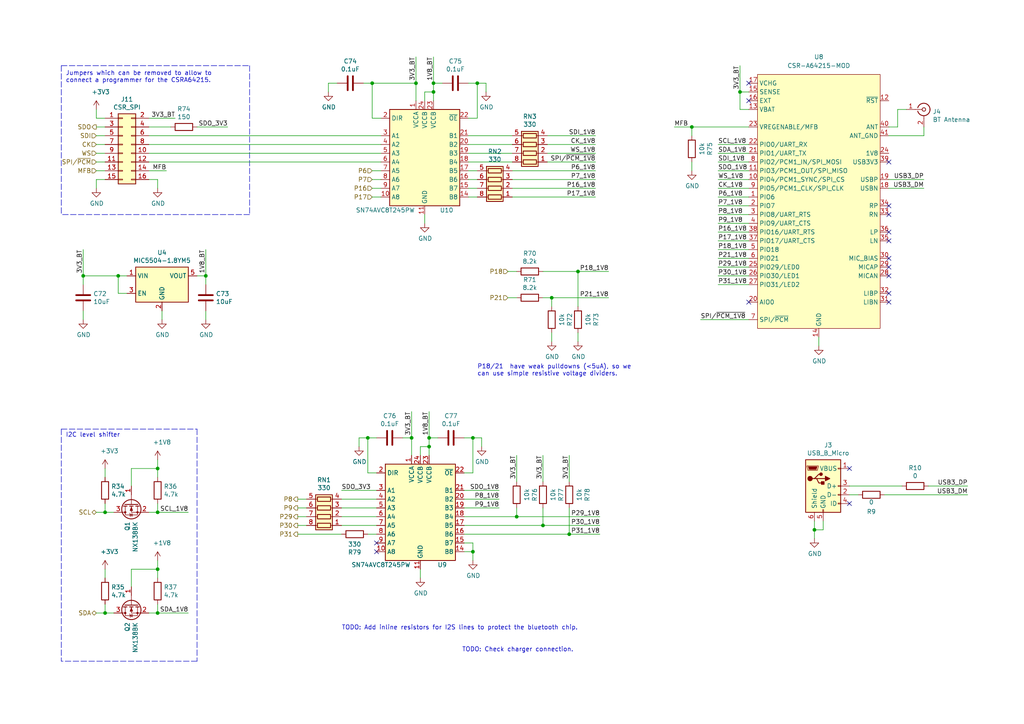
<source format=kicad_sch>
(kicad_sch (version 20201015) (generator eeschema)
  (paper "A4")
  (lib_symbols
    (symbol "Connector:Conn_Coaxial" (pin_names (offset 1.016) hide)
      (property "Reference" "J" (at 0.254 3.048 0))
      (property "Value" "Conn_Coaxial" (at 2.921 0 90))
      (symbol "Conn_Coaxial_0_1"
        (arc (start -1.778 0.508) (end 1.778 0) (radius (at -0.0508 0) (length 1.8034) (angles 163.6 0)) (stroke (width 0.254)))
        (arc (start 1.778 0) (end -1.778 -0.508) (radius (at -0.0254 0) (length 1.8034) (angles 0 -163.8)) (stroke (width 0.254)))
        (circle (center 0 0) (radius 0.508) (stroke (width 0.2032)))
        (polyline (pts (xy -2.54 0) (xy -0.508 0)))
        (polyline (pts (xy 0 -2.54) (xy 0 -1.778)))
      )
      (symbol "Conn_Coaxial_1_1"
        (pin passive line (at -5.08 0 0) (length 2.54) (name "In") (number "1"))
        (pin passive line (at 0 -5.08 90) (length 2.54) (name "Ext") (number "2"))
      )
    )
    (symbol "Connector:USB_B_Micro" (pin_names (offset 1.016))
      (property "Reference" "J" (at -5.08 11.43 0))
      (property "Value" "USB_B_Micro" (at -5.08 8.89 0))
      (symbol "USB_B_Micro_0_1"
        (circle (center -3.81 2.159) (radius 0.635) (stroke (width 0.254)) (fill (type outline)))
        (circle (center -0.635 3.429) (radius 0.381) (stroke (width 0.254)) (fill (type outline)))
        (rectangle (start -5.08 -7.62) (end 5.08 7.62) (stroke (width 0.254)) (fill (type background)))
        (rectangle (start -0.127 -7.62) (end 0.127 -6.858))
        (rectangle (start 0.254 1.27) (end -0.508 0.508) (stroke (width 0.254)) (fill (type outline)))
        (rectangle (start 5.08 -5.207) (end 4.318 -4.953))
        (rectangle (start 5.08 -2.667) (end 4.318 -2.413))
        (rectangle (start 5.08 -0.127) (end 4.318 0.127))
        (rectangle (start 5.08 4.953) (end 4.318 5.207))
        (polyline (pts (xy -1.905 2.159) (xy 0.635 2.159)) (stroke (width 0.254)))
        (polyline (pts (xy -3.175 2.159) (xy -2.54 2.159) (xy -1.27 3.429) (xy -0.635 3.429)) (stroke (width 0.254)))
        (polyline (pts (xy -2.54 2.159) (xy -1.905 2.159) (xy -1.27 0.889) (xy 0 0.889)) (stroke (width 0.254)))
        (polyline (pts (xy 0.635 2.794) (xy 0.635 1.524) (xy 1.905 2.159) (xy 0.635 2.794)) (stroke (width 0.254)) (fill (type outline)))
        (polyline (pts (xy -4.318 5.588) (xy -1.778 5.588) (xy -2.032 4.826) (xy -4.064 4.826) (xy -4.318 5.588)) (fill (type outline)))
        (polyline (pts (xy -4.699 5.842) (xy -4.699 5.588) (xy -4.445 4.826) (xy -4.445 4.572) (xy -1.651 4.572) (xy -1.651 4.826) (xy -1.397 5.588) (xy -1.397 5.842) (xy -4.699 5.842)))
      )
      (symbol "USB_B_Micro_1_1"
        (pin power_out line (at 7.62 5.08 180) (length 2.54) (name "VBUS") (number "1"))
        (pin bidirectional line (at 7.62 -2.54 180) (length 2.54) (name "D-") (number "2"))
        (pin bidirectional line (at 7.62 0 180) (length 2.54) (name "D+") (number "3"))
        (pin passive line (at 7.62 -5.08 180) (length 2.54) (name "ID") (number "4"))
        (pin power_out line (at 0 -10.16 90) (length 2.54) (name "GND") (number "5"))
        (pin passive line (at -2.54 -10.16 90) (length 2.54) (name "Shield") (number "6"))
      )
    )
    (symbol "Connector_Generic:Conn_02x08_Odd_Even" (pin_names (offset 1.016) hide)
      (property "Reference" "J" (at 1.27 10.16 0))
      (property "Value" "Conn_02x08_Odd_Even" (at 1.27 -12.7 0))
      (symbol "Conn_02x08_Odd_Even_1_1"
        (rectangle (start -1.27 -4.953) (end 0 -5.207) (stroke (width 0.1524)))
        (rectangle (start -1.27 -7.493) (end 0 -7.747) (stroke (width 0.1524)))
        (rectangle (start -1.27 -10.033) (end 0 -10.287) (stroke (width 0.1524)))
        (rectangle (start -1.27 -2.413) (end 0 -2.667) (stroke (width 0.1524)))
        (rectangle (start -1.27 2.667) (end 0 2.413) (stroke (width 0.1524)))
        (rectangle (start -1.27 5.207) (end 0 4.953) (stroke (width 0.1524)))
        (rectangle (start -1.27 7.747) (end 0 7.493) (stroke (width 0.1524)))
        (rectangle (start -1.27 8.89) (end 3.81 -11.43) (stroke (width 0.254)) (fill (type background)))
        (rectangle (start -1.27 0.127) (end 0 -0.127) (stroke (width 0.1524)))
        (rectangle (start 3.81 -4.953) (end 2.54 -5.207) (stroke (width 0.1524)))
        (rectangle (start 3.81 -7.493) (end 2.54 -7.747) (stroke (width 0.1524)))
        (rectangle (start 3.81 -10.033) (end 2.54 -10.287) (stroke (width 0.1524)))
        (rectangle (start 3.81 -2.413) (end 2.54 -2.667) (stroke (width 0.1524)))
        (rectangle (start 3.81 2.667) (end 2.54 2.413) (stroke (width 0.1524)))
        (rectangle (start 3.81 5.207) (end 2.54 4.953) (stroke (width 0.1524)))
        (rectangle (start 3.81 7.747) (end 2.54 7.493) (stroke (width 0.1524)))
        (rectangle (start 3.81 0.127) (end 2.54 -0.127) (stroke (width 0.1524)))
        (pin passive line (at -5.08 7.62 0) (length 3.81) (name "Pin_1") (number "1"))
        (pin passive line (at 7.62 -2.54 180) (length 3.81) (name "Pin_10") (number "10"))
        (pin passive line (at -5.08 -5.08 0) (length 3.81) (name "Pin_11") (number "11"))
        (pin passive line (at 7.62 -5.08 180) (length 3.81) (name "Pin_12") (number "12"))
        (pin passive line (at -5.08 -7.62 0) (length 3.81) (name "Pin_13") (number "13"))
        (pin passive line (at 7.62 -7.62 180) (length 3.81) (name "Pin_14") (number "14"))
        (pin passive line (at -5.08 -10.16 0) (length 3.81) (name "Pin_15") (number "15"))
        (pin passive line (at 7.62 -10.16 180) (length 3.81) (name "Pin_16") (number "16"))
        (pin passive line (at 7.62 7.62 180) (length 3.81) (name "Pin_2") (number "2"))
        (pin passive line (at -5.08 5.08 0) (length 3.81) (name "Pin_3") (number "3"))
        (pin passive line (at 7.62 5.08 180) (length 3.81) (name "Pin_4") (number "4"))
        (pin passive line (at -5.08 2.54 0) (length 3.81) (name "Pin_5") (number "5"))
        (pin passive line (at 7.62 2.54 180) (length 3.81) (name "Pin_6") (number "6"))
        (pin passive line (at -5.08 0 0) (length 3.81) (name "Pin_7") (number "7"))
        (pin passive line (at 7.62 0 180) (length 3.81) (name "Pin_8") (number "8"))
        (pin passive line (at -5.08 -2.54 0) (length 3.81) (name "Pin_9") (number "9"))
      )
    )
    (symbol "Device:C" (pin_numbers hide) (pin_names (offset 0.254))
      (property "Reference" "C" (at 0.635 2.54 0))
      (property "Value" "C" (at 0.635 -2.54 0))
      (symbol "C_0_1"
        (polyline (pts (xy -2.032 -0.762) (xy 2.032 -0.762)) (stroke (width 0.508)))
        (polyline (pts (xy -2.032 0.762) (xy 2.032 0.762)) (stroke (width 0.508)))
      )
      (symbol "C_1_1"
        (pin passive line (at 0 3.81 270) (length 2.794) (name "~") (number "1"))
        (pin passive line (at 0 -3.81 90) (length 2.794) (name "~") (number "2"))
      )
    )
    (symbol "Device:R" (pin_numbers hide) (pin_names (offset 0))
      (property "Reference" "R" (at 2.032 0 90))
      (property "Value" "R" (at 0 0 90))
      (symbol "R_0_1"
        (rectangle (start -1.016 -2.54) (end 1.016 2.54) (stroke (width 0.254)))
      )
      (symbol "R_1_1"
        (pin passive line (at 0 3.81 270) (length 1.27) (name "~") (number "1"))
        (pin passive line (at 0 -3.81 90) (length 1.27) (name "~") (number "2"))
      )
    )
    (symbol "Device:R_Pack04" (pin_names (offset 0) hide)
      (property "Reference" "RN" (at -7.62 0 90))
      (property "Value" "R_Pack04" (at 5.08 0 90))
      (symbol "R_Pack04_0_1"
        (rectangle (start -6.35 -2.413) (end 3.81 2.413) (stroke (width 0.254)) (fill (type background)))
        (rectangle (start -5.715 1.905) (end -4.445 -1.905) (stroke (width 0.254)))
        (rectangle (start -3.175 1.905) (end -1.905 -1.905) (stroke (width 0.254)))
        (rectangle (start -0.635 1.905) (end 0.635 -1.905) (stroke (width 0.254)))
        (rectangle (start 1.905 1.905) (end 3.175 -1.905) (stroke (width 0.254)))
        (polyline (pts (xy -5.08 -2.54) (xy -5.08 -1.905)))
        (polyline (pts (xy -5.08 1.905) (xy -5.08 2.54)))
        (polyline (pts (xy -2.54 -2.54) (xy -2.54 -1.905)))
        (polyline (pts (xy -2.54 1.905) (xy -2.54 2.54)))
        (polyline (pts (xy 0 -2.54) (xy 0 -1.905)))
        (polyline (pts (xy 0 1.905) (xy 0 2.54)))
        (polyline (pts (xy 2.54 -2.54) (xy 2.54 -1.905)))
        (polyline (pts (xy 2.54 1.905) (xy 2.54 2.54)))
      )
      (symbol "R_Pack04_1_1"
        (pin passive line (at -5.08 -5.08 90) (length 2.54) (name "R1.1") (number "1"))
        (pin passive line (at -2.54 -5.08 90) (length 2.54) (name "R2.1") (number "2"))
        (pin passive line (at 0 -5.08 90) (length 2.54) (name "R3.1") (number "3"))
        (pin passive line (at 2.54 -5.08 90) (length 2.54) (name "R4.1") (number "4"))
        (pin passive line (at 2.54 5.08 270) (length 2.54) (name "R4.2") (number "5"))
        (pin passive line (at 0 5.08 270) (length 2.54) (name "R3.2") (number "6"))
        (pin passive line (at -2.54 5.08 270) (length 2.54) (name "R2.2") (number "7"))
        (pin passive line (at -5.08 5.08 270) (length 2.54) (name "R1.2") (number "8"))
      )
    )
    (symbol "HackAmp-Symbols:CSR-A64215-MOD"
      (property "Reference" "U" (at -15.24 39.37 0))
      (property "Value" "CSR-A64215-MOD" (at 8.89 39.37 0))
      (symbol "CSR-A64215-MOD_0_1"
        (rectangle (start -17.78 38.1) (end 17.78 -35.56) (fill (type background)))
      )
      (symbol "CSR-A64215-MOD_1_1"
        (pin bidirectional line (at -20.32 2.54 0) (length 2.54) (name "PIO6") (number "1"))
        (pin bidirectional line (at -20.32 0 0) (length 2.54) (name "PIO7") (number "2"))
        (pin bidirectional line (at -20.32 -2.54 0) (length 2.54) (name "PIO8/UART_RTS") (number "3"))
        (pin bidirectional line (at -20.32 -5.08 0) (length 2.54) (name "PIO9/UART_CTS") (number "4"))
        (pin bidirectional line (at -20.32 -12.7 0) (length 2.54) (name "PIO18") (number "5"))
        (pin bidirectional line (at -20.32 -15.24 0) (length 2.54) (name "PIO21") (number "6"))
        (pin input line (at -20.32 -33.02 0) (length 2.54) (name "SPI/~PCM") (number "7"))
        (pin bidirectional line (at -20.32 12.7 0) (length 2.54) (name "PIO2/PCM1_IN/SPI_MOSI") (number "8"))
        (pin bidirectional line (at -20.32 5.08 0) (length 2.54) (name "PIO5/PCM1_CLK/SPI_CLK") (number "9"))
        (pin bidirectional line (at -20.32 7.62 0) (length 2.54) (name "PIO4/PCM1_SYNC/SPI_CS") (number "10"))
        (pin bidirectional line (at -20.32 10.16 0) (length 2.54) (name "PIO3/PCM1_OUT/SPI_MISO") (number "11"))
        (pin input line (at 20.32 30.48 180) (length 2.54) (name "~RST") (number "12"))
        (pin power_in line (at -20.32 27.94 0) (length 2.54) (name "VBAT") (number "13"))
        (pin power_in line (at 0 -38.1 90) (length 2.54) (name "GND") (number "14"))
        (pin bidirectional line (at 20.32 5.08 180) (length 2.54) (name "USBN") (number "18"))
        (pin bidirectional line (at -20.32 22.86 0) (length 2.54) (name "VREGENABLE/MFB") (number "23"))
        (pin power_out line (at 20.32 15.24 180) (length 2.54) (name "1V8") (number "24"))
        (pin output line (at -20.32 -17.78 0) (length 2.54) (name "PIO29/LED0") (number "25"))
        (pin output line (at -20.32 -20.32 0) (length 2.54) (name "PIO30/LED1") (number "26"))
        (pin output line (at -20.32 -22.86 0) (length 2.54) (name "PIO31/LED2") (number "27"))
        (pin bidirectional line (at 20.32 -20.32 180) (length 2.54) (name "MICAN") (number "28"))
        (pin bidirectional line (at 20.32 -17.78 180) (length 2.54) (name "MICAP") (number "29"))
        (pin bidirectional line (at 20.32 -15.24 180) (length 2.54) (name "MIC_BIAS") (number "30"))
        (pin bidirectional line (at 20.32 -27.94 180) (length 2.54) (name "LIBN") (number "31"))
        (pin bidirectional line (at 20.32 -25.4 180) (length 2.54) (name "LIBP") (number "32"))
        (pin bidirectional line (at 20.32 -2.54 180) (length 2.54) (name "RN") (number "33"))
        (pin bidirectional line (at 20.32 0 180) (length 2.54) (name "RP") (number "34"))
        (pin bidirectional line (at 20.32 -10.16 180) (length 2.54) (name "LN") (number "35"))
        (pin bidirectional line (at 20.32 -7.62 180) (length 2.54) (name "LP") (number "36"))
        (pin bidirectional line (at -20.32 -10.16 0) (length 2.54) (name "PIO17/UART_CTS") (number "37"))
        (pin bidirectional line (at -20.32 -7.62 0) (length 2.54) (name "PIO16/UART_RTS") (number "38"))
        (pin power_out line (at 20.32 12.7 180) (length 2.54) (name "USB3V3") (number "39"))
        (pin passive line (at 20.32 22.86 180) (length 2.54) (name "ANT") (number "40"))
        (pin passive line (at 20.32 20.32 180) (length 2.54) (name "ANT_GND") (number "41"))
        (pin power_in line (at -20.32 35.56 0) (length 2.54) (name "VCHG") (number "17"))
        (pin output line (at -20.32 30.48 0) (length 2.54) (name "EXT") (number "16"))
        (pin input line (at -20.32 33.02 0) (length 2.54) (name "SENSE") (number "15"))
        (pin bidirectional line (at 20.32 7.62 180) (length 2.54) (name "USBP") (number "19"))
        (pin power_in line (at -20.32 -27.94 0) (length 2.54) (name "AIO0") (number "20"))
        (pin bidirectional line (at -20.32 15.24 0) (length 2.54) (name "PIO1/UART_TX") (number "21"))
        (pin bidirectional line (at -20.32 17.78 0) (length 2.54) (name "PIO0/UART_RX") (number "22"))
      )
    )
    (symbol "Logic_LevelTranslator:SN74AVC8T245PW"
      (property "Reference" "U" (at -8.89 13.97 0))
      (property "Value" "SN74AVC8T245PW" (at 12.7 13.97 0))
      (symbol "SN74AVC8T245PW_0_1"
        (rectangle (start -10.16 12.7) (end 10.16 -15.24) (stroke (width 0.254)) (fill (type background)))
      )
      (symbol "SN74AVC8T245PW_1_1"
        (pin power_in line (at -2.54 15.24 270) (length 2.54) (name "VCCA") (number "1"))
        (pin bidirectional line (at -12.7 -12.7 0) (length 2.54) (name "A8") (number "10"))
        (pin power_in line (at 0 -17.78 90) (length 2.54) (name "GND") (number "11"))
        (pin passive line (at 0 -17.78 90) (length 2.54) hide (name "GND") (number "12"))
        (pin passive line (at 0 -17.78 90) (length 2.54) hide (name "GND") (number "13"))
        (pin bidirectional line (at 12.7 -12.7 180) (length 2.54) (name "B8") (number "14"))
        (pin bidirectional line (at 12.7 -10.16 180) (length 2.54) (name "B7") (number "15"))
        (pin bidirectional line (at 12.7 -7.62 180) (length 2.54) (name "B6") (number "16"))
        (pin bidirectional line (at 12.7 -5.08 180) (length 2.54) (name "B5") (number "17"))
        (pin bidirectional line (at 12.7 -2.54 180) (length 2.54) (name "B4") (number "18"))
        (pin bidirectional line (at 12.7 0 180) (length 2.54) (name "B3") (number "19"))
        (pin input line (at -12.7 10.16 0) (length 2.54) (name "DIR") (number "2"))
        (pin bidirectional line (at 12.7 2.54 180) (length 2.54) (name "B2") (number "20"))
        (pin bidirectional line (at 12.7 5.08 180) (length 2.54) (name "B1") (number "21"))
        (pin input line (at 12.7 10.16 180) (length 2.54) (name "~OE") (number "22"))
        (pin power_in line (at 2.54 15.24 270) (length 2.54) (name "VCCB") (number "23"))
        (pin power_in line (at 0 15.24 270) (length 2.54) (name "VCCB") (number "24"))
        (pin bidirectional line (at -12.7 5.08 0) (length 2.54) (name "A1") (number "3"))
        (pin bidirectional line (at -12.7 2.54 0) (length 2.54) (name "A2") (number "4"))
        (pin bidirectional line (at -12.7 0 0) (length 2.54) (name "A3") (number "5"))
        (pin bidirectional line (at -12.7 -2.54 0) (length 2.54) (name "A4") (number "6"))
        (pin bidirectional line (at -12.7 -5.08 0) (length 2.54) (name "A5") (number "7"))
        (pin bidirectional line (at -12.7 -7.62 0) (length 2.54) (name "A6") (number "8"))
        (pin bidirectional line (at -12.7 -10.16 0) (length 2.54) (name "A7") (number "9"))
      )
    )
    (symbol "Regulator_Linear:MIC5504-1.8YM5"
      (property "Reference" "U" (at -7.62 8.89 0))
      (property "Value" "MIC5504-1.8YM5" (at -7.62 6.35 0))
      (symbol "MIC5504-1.8YM5_0_1"
        (rectangle (start -7.62 -5.08) (end 7.62 5.08) (stroke (width 0.254)) (fill (type background)))
      )
      (symbol "MIC5504-1.8YM5_1_1"
        (pin power_in line (at -10.16 2.54 0) (length 2.54) (name "VIN") (number "1"))
        (pin power_in line (at 0 -7.62 90) (length 2.54) (name "GND") (number "2"))
        (pin input line (at -10.16 -2.54 0) (length 2.54) (name "EN") (number "3"))
        (pin unconnected line (at 7.62 -2.54 180) (length 2.54) hide (name "NC") (number "4"))
        (pin power_out line (at 10.16 2.54 180) (length 2.54) (name "VOUT") (number "5"))
      )
    )
    (symbol "Transistor_FET:BSS138" (pin_names hide)
      (property "Reference" "Q" (at 5.08 1.905 0))
      (property "Value" "BSS138" (at 5.08 0 0))
      (symbol "BSS138_0_1"
        (circle (center 1.651 0) (radius 2.794) (stroke (width 0.254)))
        (circle (center 2.54 -1.778) (radius 0.254) (fill (type outline)))
        (circle (center 2.54 1.778) (radius 0.254) (fill (type outline)))
        (polyline (pts (xy 0.254 0) (xy -2.54 0)))
        (polyline (pts (xy 0.254 1.905) (xy 0.254 -1.905)) (stroke (width 0.254)))
        (polyline (pts (xy 0.762 -1.27) (xy 0.762 -2.286)) (stroke (width 0.254)))
        (polyline (pts (xy 0.762 0.508) (xy 0.762 -0.508)) (stroke (width 0.254)))
        (polyline (pts (xy 0.762 2.286) (xy 0.762 1.27)) (stroke (width 0.254)))
        (polyline (pts (xy 2.54 2.54) (xy 2.54 1.778)))
        (polyline (pts (xy 2.54 -2.54) (xy 2.54 0) (xy 0.762 0)))
        (polyline (pts (xy 0.762 -1.778) (xy 3.302 -1.778) (xy 3.302 1.778) (xy 0.762 1.778)))
        (polyline (pts (xy 1.016 0) (xy 2.032 0.381) (xy 2.032 -0.381) (xy 1.016 0)) (fill (type outline)))
        (polyline (pts (xy 2.794 0.508) (xy 2.921 0.381) (xy 3.683 0.381) (xy 3.81 0.254)))
        (polyline (pts (xy 3.302 0.381) (xy 2.921 -0.254) (xy 3.683 -0.254) (xy 3.302 0.381)))
      )
      (symbol "BSS138_1_1"
        (pin input line (at -5.08 0 0) (length 2.54) (name "G") (number "1"))
        (pin passive line (at 2.54 -5.08 90) (length 2.54) (name "S") (number "2"))
        (pin passive line (at 2.54 5.08 270) (length 2.54) (name "D") (number "3"))
      )
    )
    (symbol "power:+1V8" (power) (pin_names (offset 0))
      (property "Value" "+1V8" (at 0 3.556 0))
      (symbol "+1V8_0_1"
        (polyline (pts (xy -0.762 1.27) (xy 0 2.54)))
        (polyline (pts (xy 0 0) (xy 0 2.54)))
        (polyline (pts (xy 0 2.54) (xy 0.762 1.27)))
      )
      (symbol "+1V8_1_1"
        (pin power_in line (at 0 0 90) (length 0) hide (name "+1V8") (number "1"))
      )
    )
    (symbol "power:+3V3" (power) (pin_names (offset 0))
      (property "Value" "+3V3" (at 0 3.556 0))
      (symbol "+3V3_0_1"
        (polyline (pts (xy -0.762 1.27) (xy 0 2.54)))
        (polyline (pts (xy 0 0) (xy 0 2.54)))
        (polyline (pts (xy 0 2.54) (xy 0.762 1.27)))
      )
      (symbol "+3V3_1_1"
        (pin power_in line (at 0 0 90) (length 0) hide (name "+3V3") (number "1"))
      )
    )
    (symbol "power:GND" (power) (pin_names (offset 0))
      (property "Value" "GND" (at 0 -3.81 0))
      (symbol "GND_0_1"
        (polyline (pts (xy 0 0) (xy 0 -1.27) (xy 1.27 -1.27) (xy 0 -2.54) (xy -1.27 -1.27) (xy 0 -1.27)))
      )
      (symbol "GND_1_1"
        (pin power_in line (at 0 0 270) (length 0) hide (name "GND") (number "1"))
      )
    )
  )
  (junction (at 24.13 80.01) (diameter 0.9144))
  (junction (at 30.48 148.59) (diameter 0.9144))
  (junction (at 30.48 177.8) (diameter 0.9144))
  (junction (at 34.29 80.01) (diameter 0.9144))
  (junction (at 45.72 135.89) (diameter 0.9144))
  (junction (at 45.72 148.59) (diameter 0.9144))
  (junction (at 45.72 165.1) (diameter 0.9144))
  (junction (at 45.72 177.8) (diameter 0.9144))
  (junction (at 59.69 80.01) (diameter 0.9144))
  (junction (at 106.68 127) (diameter 0.9144))
  (junction (at 107.95 24.13) (diameter 0.9144))
  (junction (at 119.38 127) (diameter 0.9144))
  (junction (at 120.65 24.13) (diameter 0.9144))
  (junction (at 124.46 127) (diameter 0.9144))
  (junction (at 124.46 129.54) (diameter 0.9144))
  (junction (at 125.73 24.13) (diameter 0.9144))
  (junction (at 125.73 26.67) (diameter 0.9144))
  (junction (at 137.16 127) (diameter 0.9144))
  (junction (at 137.16 160.02) (diameter 0.9144))
  (junction (at 138.43 24.13) (diameter 0.9144))
  (junction (at 149.86 149.86) (diameter 0.9144))
  (junction (at 157.48 152.4) (diameter 0.9144))
  (junction (at 160.02 86.36) (diameter 0.9144))
  (junction (at 165.1 154.94) (diameter 0.9144))
  (junction (at 167.64 78.74) (diameter 0.9144))
  (junction (at 200.66 36.83) (diameter 0.9144))
  (junction (at 214.63 26.67) (diameter 0.9144))
  (junction (at 236.22 153.67) (diameter 0.9144))
  (no_connect (at 217.17 29.21))
  (no_connect (at 257.81 69.85))
  (no_connect (at 217.17 24.13))
  (no_connect (at 257.81 77.47))
  (no_connect (at 257.81 87.63))
  (no_connect (at 246.38 146.05))
  (no_connect (at 246.38 135.89))
  (no_connect (at 257.81 46.99))
  (no_connect (at 217.17 87.63))
  (no_connect (at 257.81 62.23))
  (no_connect (at 257.81 67.31))
  (no_connect (at 109.22 160.02))
  (no_connect (at 109.22 157.48))
  (no_connect (at 257.81 74.93))
  (no_connect (at 257.81 59.69))
  (no_connect (at 257.81 85.09))
  (no_connect (at 257.81 80.01))
  (wire (pts (xy 24.13 72.39) (xy 24.13 80.01)))
  (wire (pts (xy 24.13 80.01) (xy 24.13 82.55)))
  (wire (pts (xy 24.13 90.17) (xy 24.13 92.71)))
  (wire (pts (xy 27.94 34.29) (xy 27.94 31.75)))
  (wire (pts (xy 27.94 36.83) (xy 30.48 36.83)))
  (wire (pts (xy 27.94 39.37) (xy 30.48 39.37)))
  (wire (pts (xy 27.94 41.91) (xy 30.48 41.91)))
  (wire (pts (xy 27.94 44.45) (xy 30.48 44.45)))
  (wire (pts (xy 27.94 46.99) (xy 30.48 46.99)))
  (wire (pts (xy 27.94 49.53) (xy 30.48 49.53)))
  (wire (pts (xy 27.94 52.07) (xy 27.94 54.61)))
  (wire (pts (xy 27.94 148.59) (xy 30.48 148.59)))
  (wire (pts (xy 27.94 177.8) (xy 30.48 177.8)))
  (wire (pts (xy 30.48 34.29) (xy 27.94 34.29)))
  (wire (pts (xy 30.48 52.07) (xy 27.94 52.07)))
  (wire (pts (xy 30.48 135.89) (xy 30.48 138.43)))
  (wire (pts (xy 30.48 146.05) (xy 30.48 148.59)))
  (wire (pts (xy 30.48 148.59) (xy 33.02 148.59)))
  (wire (pts (xy 30.48 165.1) (xy 30.48 167.64)))
  (wire (pts (xy 30.48 175.26) (xy 30.48 177.8)))
  (wire (pts (xy 30.48 177.8) (xy 33.02 177.8)))
  (wire (pts (xy 34.29 80.01) (xy 24.13 80.01)))
  (wire (pts (xy 34.29 80.01) (xy 36.83 80.01)))
  (wire (pts (xy 34.29 85.09) (xy 34.29 80.01)))
  (wire (pts (xy 36.83 85.09) (xy 34.29 85.09)))
  (wire (pts (xy 38.1 135.89) (xy 38.1 140.97)))
  (wire (pts (xy 38.1 165.1) (xy 38.1 170.18)))
  (wire (pts (xy 43.18 34.29) (xy 50.8 34.29)))
  (wire (pts (xy 43.18 36.83) (xy 49.53 36.83)))
  (wire (pts (xy 43.18 39.37) (xy 110.49 39.37)))
  (wire (pts (xy 43.18 41.91) (xy 110.49 41.91)))
  (wire (pts (xy 43.18 44.45) (xy 110.49 44.45)))
  (wire (pts (xy 43.18 46.99) (xy 110.49 46.99)))
  (wire (pts (xy 43.18 49.53) (xy 48.26 49.53)))
  (wire (pts (xy 43.18 52.07) (xy 45.72 52.07)))
  (wire (pts (xy 45.72 52.07) (xy 45.72 54.61)))
  (wire (pts (xy 45.72 133.35) (xy 45.72 135.89)))
  (wire (pts (xy 45.72 135.89) (xy 38.1 135.89)))
  (wire (pts (xy 45.72 135.89) (xy 45.72 138.43)))
  (wire (pts (xy 45.72 146.05) (xy 45.72 148.59)))
  (wire (pts (xy 45.72 148.59) (xy 43.18 148.59)))
  (wire (pts (xy 45.72 148.59) (xy 54.61 148.59)))
  (wire (pts (xy 45.72 162.56) (xy 45.72 165.1)))
  (wire (pts (xy 45.72 165.1) (xy 38.1 165.1)))
  (wire (pts (xy 45.72 165.1) (xy 45.72 167.64)))
  (wire (pts (xy 45.72 175.26) (xy 45.72 177.8)))
  (wire (pts (xy 45.72 177.8) (xy 43.18 177.8)))
  (wire (pts (xy 45.72 177.8) (xy 54.61 177.8)))
  (wire (pts (xy 46.99 90.17) (xy 46.99 92.71)))
  (wire (pts (xy 57.15 36.83) (xy 66.04 36.83)))
  (wire (pts (xy 57.15 80.01) (xy 59.69 80.01)))
  (wire (pts (xy 59.69 72.39) (xy 59.69 80.01)))
  (wire (pts (xy 59.69 80.01) (xy 59.69 82.55)))
  (wire (pts (xy 59.69 90.17) (xy 59.69 92.71)))
  (wire (pts (xy 86.36 144.78) (xy 88.9 144.78)))
  (wire (pts (xy 86.36 147.32) (xy 88.9 147.32)))
  (wire (pts (xy 86.36 149.86) (xy 88.9 149.86)))
  (wire (pts (xy 86.36 152.4) (xy 88.9 152.4)))
  (wire (pts (xy 86.36 154.94) (xy 99.06 154.94)))
  (wire (pts (xy 95.25 24.13) (xy 95.25 26.67)))
  (wire (pts (xy 97.79 24.13) (xy 95.25 24.13)))
  (wire (pts (xy 99.06 142.24) (xy 109.22 142.24)))
  (wire (pts (xy 99.06 144.78) (xy 109.22 144.78)))
  (wire (pts (xy 99.06 147.32) (xy 109.22 147.32)))
  (wire (pts (xy 99.06 149.86) (xy 109.22 149.86)))
  (wire (pts (xy 99.06 152.4) (xy 109.22 152.4)))
  (wire (pts (xy 104.14 127) (xy 104.14 129.54)))
  (wire (pts (xy 105.41 24.13) (xy 107.95 24.13)))
  (wire (pts (xy 106.68 127) (xy 104.14 127)))
  (wire (pts (xy 106.68 137.16) (xy 106.68 127)))
  (wire (pts (xy 106.68 154.94) (xy 109.22 154.94)))
  (wire (pts (xy 107.95 24.13) (xy 120.65 24.13)))
  (wire (pts (xy 107.95 34.29) (xy 107.95 24.13)))
  (wire (pts (xy 107.95 49.53) (xy 110.49 49.53)))
  (wire (pts (xy 107.95 52.07) (xy 110.49 52.07)))
  (wire (pts (xy 107.95 54.61) (xy 110.49 54.61)))
  (wire (pts (xy 107.95 57.15) (xy 110.49 57.15)))
  (wire (pts (xy 109.22 127) (xy 106.68 127)))
  (wire (pts (xy 109.22 137.16) (xy 106.68 137.16)))
  (wire (pts (xy 110.49 34.29) (xy 107.95 34.29)))
  (wire (pts (xy 116.84 127) (xy 119.38 127)))
  (wire (pts (xy 119.38 119.38) (xy 119.38 127)))
  (wire (pts (xy 119.38 127) (xy 119.38 132.08)))
  (wire (pts (xy 120.65 16.51) (xy 120.65 24.13)))
  (wire (pts (xy 120.65 24.13) (xy 120.65 29.21)))
  (wire (pts (xy 121.92 129.54) (xy 124.46 129.54)))
  (wire (pts (xy 121.92 132.08) (xy 121.92 129.54)))
  (wire (pts (xy 121.92 165.1) (xy 121.92 167.64)))
  (wire (pts (xy 123.19 26.67) (xy 125.73 26.67)))
  (wire (pts (xy 123.19 29.21) (xy 123.19 26.67)))
  (wire (pts (xy 123.19 62.23) (xy 123.19 64.77)))
  (wire (pts (xy 124.46 119.38) (xy 124.46 127)))
  (wire (pts (xy 124.46 127) (xy 124.46 129.54)))
  (wire (pts (xy 124.46 127) (xy 127 127)))
  (wire (pts (xy 124.46 129.54) (xy 124.46 132.08)))
  (wire (pts (xy 125.73 16.51) (xy 125.73 24.13)))
  (wire (pts (xy 125.73 24.13) (xy 125.73 26.67)))
  (wire (pts (xy 125.73 24.13) (xy 128.27 24.13)))
  (wire (pts (xy 125.73 26.67) (xy 125.73 29.21)))
  (wire (pts (xy 134.62 127) (xy 137.16 127)))
  (wire (pts (xy 134.62 137.16) (xy 137.16 137.16)))
  (wire (pts (xy 134.62 142.24) (xy 144.78 142.24)))
  (wire (pts (xy 134.62 144.78) (xy 144.78 144.78)))
  (wire (pts (xy 134.62 147.32) (xy 144.78 147.32)))
  (wire (pts (xy 134.62 149.86) (xy 149.86 149.86)))
  (wire (pts (xy 134.62 152.4) (xy 157.48 152.4)))
  (wire (pts (xy 134.62 154.94) (xy 165.1 154.94)))
  (wire (pts (xy 134.62 157.48) (xy 137.16 157.48)))
  (wire (pts (xy 134.62 160.02) (xy 137.16 160.02)))
  (wire (pts (xy 135.89 24.13) (xy 138.43 24.13)))
  (wire (pts (xy 135.89 34.29) (xy 138.43 34.29)))
  (wire (pts (xy 135.89 39.37) (xy 148.59 39.37)))
  (wire (pts (xy 135.89 41.91) (xy 148.59 41.91)))
  (wire (pts (xy 135.89 44.45) (xy 148.59 44.45)))
  (wire (pts (xy 135.89 46.99) (xy 148.59 46.99)))
  (wire (pts (xy 135.89 49.53) (xy 138.43 49.53)))
  (wire (pts (xy 135.89 52.07) (xy 138.43 52.07)))
  (wire (pts (xy 135.89 54.61) (xy 138.43 54.61)))
  (wire (pts (xy 135.89 57.15) (xy 138.43 57.15)))
  (wire (pts (xy 137.16 127) (xy 139.7 127)))
  (wire (pts (xy 137.16 137.16) (xy 137.16 127)))
  (wire (pts (xy 137.16 157.48) (xy 137.16 160.02)))
  (wire (pts (xy 137.16 160.02) (xy 137.16 162.56)))
  (wire (pts (xy 138.43 24.13) (xy 140.97 24.13)))
  (wire (pts (xy 138.43 34.29) (xy 138.43 24.13)))
  (wire (pts (xy 139.7 127) (xy 139.7 129.54)))
  (wire (pts (xy 140.97 24.13) (xy 140.97 26.67)))
  (wire (pts (xy 147.32 78.74) (xy 149.86 78.74)))
  (wire (pts (xy 147.32 86.36) (xy 149.86 86.36)))
  (wire (pts (xy 148.59 49.53) (xy 172.72 49.53)))
  (wire (pts (xy 148.59 52.07) (xy 172.72 52.07)))
  (wire (pts (xy 148.59 54.61) (xy 172.72 54.61)))
  (wire (pts (xy 148.59 57.15) (xy 172.72 57.15)))
  (wire (pts (xy 149.86 132.08) (xy 149.86 139.7)))
  (wire (pts (xy 149.86 149.86) (xy 149.86 147.32)))
  (wire (pts (xy 149.86 149.86) (xy 173.99 149.86)))
  (wire (pts (xy 157.48 78.74) (xy 167.64 78.74)))
  (wire (pts (xy 157.48 86.36) (xy 160.02 86.36)))
  (wire (pts (xy 157.48 132.08) (xy 157.48 139.7)))
  (wire (pts (xy 157.48 152.4) (xy 157.48 147.32)))
  (wire (pts (xy 157.48 152.4) (xy 173.99 152.4)))
  (wire (pts (xy 158.75 39.37) (xy 172.72 39.37)))
  (wire (pts (xy 158.75 41.91) (xy 172.72 41.91)))
  (wire (pts (xy 158.75 44.45) (xy 172.72 44.45)))
  (wire (pts (xy 158.75 46.99) (xy 172.72 46.99)))
  (wire (pts (xy 160.02 86.36) (xy 160.02 88.9)))
  (wire (pts (xy 160.02 86.36) (xy 176.53 86.36)))
  (wire (pts (xy 160.02 96.52) (xy 160.02 99.06)))
  (wire (pts (xy 165.1 132.08) (xy 165.1 139.7)))
  (wire (pts (xy 165.1 154.94) (xy 165.1 147.32)))
  (wire (pts (xy 165.1 154.94) (xy 173.99 154.94)))
  (wire (pts (xy 167.64 78.74) (xy 167.64 88.9)))
  (wire (pts (xy 167.64 78.74) (xy 176.53 78.74)))
  (wire (pts (xy 167.64 96.52) (xy 167.64 99.06)))
  (wire (pts (xy 195.58 36.83) (xy 200.66 36.83)))
  (wire (pts (xy 200.66 36.83) (xy 200.66 39.37)))
  (wire (pts (xy 200.66 46.99) (xy 200.66 49.53)))
  (wire (pts (xy 203.2 92.71) (xy 217.17 92.71)))
  (wire (pts (xy 208.28 41.91) (xy 217.17 41.91)))
  (wire (pts (xy 208.28 44.45) (xy 217.17 44.45)))
  (wire (pts (xy 208.28 46.99) (xy 217.17 46.99)))
  (wire (pts (xy 208.28 49.53) (xy 217.17 49.53)))
  (wire (pts (xy 208.28 52.07) (xy 217.17 52.07)))
  (wire (pts (xy 208.28 54.61) (xy 217.17 54.61)))
  (wire (pts (xy 208.28 57.15) (xy 217.17 57.15)))
  (wire (pts (xy 208.28 59.69) (xy 217.17 59.69)))
  (wire (pts (xy 208.28 62.23) (xy 217.17 62.23)))
  (wire (pts (xy 208.28 64.77) (xy 217.17 64.77)))
  (wire (pts (xy 208.28 67.31) (xy 217.17 67.31)))
  (wire (pts (xy 208.28 69.85) (xy 217.17 69.85)))
  (wire (pts (xy 208.28 72.39) (xy 217.17 72.39)))
  (wire (pts (xy 208.28 74.93) (xy 217.17 74.93)))
  (wire (pts (xy 208.28 77.47) (xy 217.17 77.47)))
  (wire (pts (xy 208.28 80.01) (xy 217.17 80.01)))
  (wire (pts (xy 208.28 82.55) (xy 217.17 82.55)))
  (wire (pts (xy 214.63 19.05) (xy 214.63 26.67)))
  (wire (pts (xy 214.63 26.67) (xy 214.63 31.75)))
  (wire (pts (xy 214.63 26.67) (xy 217.17 26.67)))
  (wire (pts (xy 214.63 31.75) (xy 217.17 31.75)))
  (wire (pts (xy 217.17 36.83) (xy 200.66 36.83)))
  (wire (pts (xy 236.22 151.13) (xy 236.22 153.67)))
  (wire (pts (xy 236.22 153.67) (xy 236.22 156.21)))
  (wire (pts (xy 237.49 97.79) (xy 237.49 100.33)))
  (wire (pts (xy 238.76 151.13) (xy 238.76 153.67)))
  (wire (pts (xy 238.76 153.67) (xy 236.22 153.67)))
  (wire (pts (xy 246.38 143.51) (xy 248.92 143.51)))
  (wire (pts (xy 256.54 143.51) (xy 280.67 143.51)))
  (wire (pts (xy 257.81 36.83) (xy 260.35 36.83)))
  (wire (pts (xy 257.81 52.07) (xy 267.97 52.07)))
  (wire (pts (xy 257.81 54.61) (xy 267.97 54.61)))
  (wire (pts (xy 260.35 31.75) (xy 262.89 31.75)))
  (wire (pts (xy 260.35 36.83) (xy 260.35 31.75)))
  (wire (pts (xy 261.62 140.97) (xy 246.38 140.97)))
  (wire (pts (xy 267.97 36.83) (xy 267.97 39.37)))
  (wire (pts (xy 267.97 39.37) (xy 257.81 39.37)))
  (wire (pts (xy 269.24 140.97) (xy 280.67 140.97)))
  (polyline (pts (xy 17.78 19.05) (xy 17.78 62.23)) (stroke (width 0) (type dash)))
  (polyline (pts (xy 17.78 19.05) (xy 72.39 19.05)) (stroke (width 0) (type dash)))
  (polyline (pts (xy 17.78 124.46) (xy 17.78 191.77)) (stroke (width 0) (type dash)))
  (polyline (pts (xy 17.78 124.46) (xy 57.15 124.46)) (stroke (width 0) (type dash)))
  (polyline (pts (xy 57.15 124.46) (xy 57.15 191.77)) (stroke (width 0) (type dash)))
  (polyline (pts (xy 57.15 191.77) (xy 17.78 191.77)) (stroke (width 0) (type dash)))
  (polyline (pts (xy 72.39 19.05) (xy 72.39 62.23)) (stroke (width 0) (type dash)))
  (polyline (pts (xy 72.39 62.23) (xy 17.78 62.23)) (stroke (width 0) (type dash)))
  (text "Jumpers which can be removed to allow to\nconnect a programmer for the CSRA64215." (at 19.05 24.13 0) (effects (font (size 1.27 1.27)) (justify left bottom)))
  (text "I2C level shifter" (at 19.05 127 0) (effects (font (size 1.27 1.27)) (justify left bottom)))
  (text "P18/21  have weak pulldowns (<5uA), so we\ncan use simple resistive voltage dividers." (at 138.43 109.22 0) (effects (font (size 1.27 1.27)) (justify left bottom)))
  (text "TODO: Check charger connection." (at 166.37 189.23 180) (effects (font (size 1.27 1.27)) (justify right bottom)))
  (text "TODO: Add inline resistors for I2S lines to protect the bluetooth chip." (at 167.64 182.88 0) (effects (font (size 1.27 1.27)) (justify right bottom)))
  (label "3V3_BT" (at 24.13 72.39 270))
  (label "MFB" (at 48.26 49.53 180))
  (label "3V3_BT" (at 50.8 34.29 180))
  (label "SCL_1V8" (at 54.61 148.59 180))
  (label "SDA_1V8" (at 54.61 177.8 180))
  (label "1V8_BT" (at 59.69 72.39 270))
  (label "SDO_3V3" (at 66.04 36.83 180))
  (label "SDO_3V3" (at 99.06 142.24 0))
  (label "3V3_BT" (at 119.38 119.38 270))
  (label "3V3_BT" (at 120.65 16.51 270))
  (label "1V8_BT" (at 124.46 119.38 270))
  (label "1V8_BT" (at 125.73 16.51 270))
  (label "SDO_1V8" (at 144.78 142.24 180))
  (label "P8_1V8" (at 144.78 144.78 180))
  (label "P9_1V8" (at 144.78 147.32 180))
  (label "3V3_BT" (at 149.86 132.08 270))
  (label "3V3_BT" (at 157.48 132.08 270))
  (label "3V3_BT" (at 165.1 132.08 270))
  (label "SDI_1V8" (at 172.72 39.37 180))
  (label "CK_1V8" (at 172.72 41.91 180))
  (label "WS_1V8" (at 172.72 44.45 180))
  (label "SPI{slash}~PCM_1V8" (at 172.72 46.99 180))
  (label "P6_1V8" (at 172.72 49.53 180))
  (label "P7_1V8" (at 172.72 52.07 180))
  (label "P16_1V8" (at 172.72 54.61 180))
  (label "P17_1V8" (at 172.72 57.15 180))
  (label "P29_1V8" (at 173.99 149.86 180))
  (label "P30_1V8" (at 173.99 152.4 180))
  (label "P31_1V8" (at 173.99 154.94 180))
  (label "P18_1V8" (at 176.53 78.74 180))
  (label "P21_1V8" (at 176.53 86.36 180))
  (label "MFB" (at 195.58 36.83 0))
  (label "SPI{slash}~PCM_1V8" (at 203.2 92.71 0))
  (label "SCL_1V8" (at 208.28 41.91 0))
  (label "SDA_1V8" (at 208.28 44.45 0))
  (label "SDI_1V8" (at 208.28 46.99 0))
  (label "SDO_1V8" (at 208.28 49.53 0))
  (label "WS_1V8" (at 208.28 52.07 0))
  (label "CK_1V8" (at 208.28 54.61 0))
  (label "P6_1V8" (at 208.28 57.15 0))
  (label "P7_1V8" (at 208.28 59.69 0))
  (label "P8_1V8" (at 208.28 62.23 0))
  (label "P9_1V8" (at 208.28 64.77 0))
  (label "P16_1V8" (at 208.28 67.31 0))
  (label "P17_1V8" (at 208.28 69.85 0))
  (label "P18_1V8" (at 208.28 72.39 0))
  (label "P21_1V8" (at 208.28 74.93 0))
  (label "P29_1V8" (at 208.28 77.47 0))
  (label "P30_1V8" (at 208.28 80.01 0))
  (label "P31_1V8" (at 208.28 82.55 0))
  (label "3V3_BT" (at 214.63 19.05 270))
  (label "USB3_DP" (at 267.97 52.07 180))
  (label "USB3_DM" (at 267.97 54.61 180))
  (label "USB3_DP" (at 280.67 140.97 180))
  (label "USB3_DM" (at 280.67 143.51 180))
  (hierarchical_label "SDO" (shape output) (at 27.94 36.83 180))
  (hierarchical_label "SDI" (shape input) (at 27.94 39.37 180))
  (hierarchical_label "CK" (shape input) (at 27.94 41.91 180))
  (hierarchical_label "WS" (shape input) (at 27.94 44.45 180))
  (hierarchical_label "SPI{slash}~PCM" (shape input) (at 27.94 46.99 180))
  (hierarchical_label "MFB" (shape input) (at 27.94 49.53 180))
  (hierarchical_label "SCL" (shape bidirectional) (at 27.94 148.59 180))
  (hierarchical_label "SDA" (shape bidirectional) (at 27.94 177.8 180))
  (hierarchical_label "P8" (shape output) (at 86.36 144.78 180))
  (hierarchical_label "P9" (shape output) (at 86.36 147.32 180))
  (hierarchical_label "P29" (shape output) (at 86.36 149.86 180))
  (hierarchical_label "P30" (shape output) (at 86.36 152.4 180))
  (hierarchical_label "P31" (shape output) (at 86.36 154.94 180))
  (hierarchical_label "P6" (shape input) (at 107.95 49.53 180))
  (hierarchical_label "P7" (shape input) (at 107.95 52.07 180))
  (hierarchical_label "P16" (shape input) (at 107.95 54.61 180))
  (hierarchical_label "P17" (shape input) (at 107.95 57.15 180))
  (hierarchical_label "P18" (shape input) (at 147.32 78.74 180))
  (hierarchical_label "P21" (shape input) (at 147.32 86.36 180))
  (symbol (lib_id "power:+3V3") (at 27.94 31.75 0) (unit 1)
    (property "Reference" "#PWR0220" (effects hide))
    (property "Value" "+3V3" (at 29.21 26.67 0))
  )
  (symbol (lib_id "power:+3V3") (at 30.48 135.89 0) (unit 1)
    (property "Reference" "#PWR0175" (effects hide))
    (property "Value" "+3V3" (at 31.75 130.81 0))
  )
  (symbol (lib_id "power:+3V3") (at 30.48 165.1 0) (unit 1)
    (property "Reference" "#PWR0176" (effects hide))
    (property "Value" "+3V3" (at 31.75 160.02 0))
  )
  (symbol (lib_id "power:+1V8") (at 45.72 133.35 0) (unit 1)
    (property "Reference" "#PWR0174" (effects hide))
    (property "Value" "+1V8" (at 46.99 128.27 0))
  )
  (symbol (lib_id "power:+1V8") (at 45.72 162.56 0) (unit 1)
    (property "Reference" "#PWR0177" (effects hide))
    (property "Value" "+1V8" (at 46.99 157.48 0))
  )
  (symbol (lib_id "power:GND") (at 24.13 92.71 0) (unit 1)
    (property "Reference" "#PWR0218" (effects hide))
    (property "Value" "GND" (at 24.257 97.1042 0))
  )
  (symbol (lib_id "power:GND") (at 27.94 54.61 0) (unit 1)
    (property "Reference" "#PWR0221" (effects hide))
    (property "Value" "GND" (at 28.067 59.0042 0))
  )
  (symbol (lib_id "power:GND") (at 45.72 54.61 0) (unit 1)
    (property "Reference" "#PWR0222" (effects hide))
    (property "Value" "GND" (at 45.847 59.0042 0))
  )
  (symbol (lib_id "power:GND") (at 46.99 92.71 0) (unit 1)
    (property "Reference" "#PWR0217" (effects hide))
    (property "Value" "GND" (at 47.117 97.1042 0))
  )
  (symbol (lib_id "power:GND") (at 59.69 92.71 0) (unit 1)
    (property "Reference" "#PWR0216" (effects hide))
    (property "Value" "GND" (at 59.817 97.1042 0))
  )
  (symbol (lib_id "power:GND") (at 95.25 26.67 0) (unit 1)
    (property "Reference" "#PWR0224" (effects hide))
    (property "Value" "GND" (at 95.377 31.0642 0))
  )
  (symbol (lib_id "power:GND") (at 104.14 129.54 0) (unit 1)
    (property "Reference" "#PWR0227" (effects hide))
    (property "Value" "GND" (at 104.267 133.9342 0))
  )
  (symbol (lib_id "power:GND") (at 121.92 167.64 0) (unit 1)
    (property "Reference" "#PWR0228" (effects hide))
    (property "Value" "GND" (at 122.047 172.0342 0))
  )
  (symbol (lib_id "power:GND") (at 123.19 64.77 0) (unit 1)
    (property "Reference" "#PWR0161" (effects hide))
    (property "Value" "GND" (at 123.317 69.1642 0))
  )
  (symbol (lib_id "power:GND") (at 137.16 162.56 0) (unit 1)
    (property "Reference" "#PWR0229" (effects hide))
    (property "Value" "GND" (at 137.287 166.9542 0))
  )
  (symbol (lib_id "power:GND") (at 139.7 129.54 0) (unit 1)
    (property "Reference" "#PWR0226" (effects hide))
    (property "Value" "GND" (at 139.827 133.9342 0))
  )
  (symbol (lib_id "power:GND") (at 140.97 26.67 0) (unit 1)
    (property "Reference" "#PWR0223" (effects hide))
    (property "Value" "GND" (at 141.097 31.0642 0))
  )
  (symbol (lib_id "power:GND") (at 160.02 99.06 0) (unit 1)
    (property "Reference" "#PWR0160" (effects hide))
    (property "Value" "GND" (at 160.147 103.4542 0))
  )
  (symbol (lib_id "power:GND") (at 167.64 99.06 0) (unit 1)
    (property "Reference" "#PWR0219" (effects hide))
    (property "Value" "GND" (at 167.767 103.4542 0))
  )
  (symbol (lib_id "power:GND") (at 200.66 49.53 0) (unit 1)
    (property "Reference" "#PWR0225" (effects hide))
    (property "Value" "GND" (at 200.787 53.9242 0))
  )
  (symbol (lib_id "power:GND") (at 236.22 156.21 0) (unit 1)
    (property "Reference" "#PWR0107" (effects hide))
    (property "Value" "GND" (at 236.347 160.6042 0))
  )
  (symbol (lib_id "power:GND") (at 237.49 100.33 0) (unit 1)
    (property "Reference" "#PWR0159" (effects hide))
    (property "Value" "GND" (at 237.617 104.7242 0))
  )
  (symbol (lib_id "Device:R") (at 30.48 142.24 0) (unit 1)
    (property "Reference" "R34" (at 32.2581 141.0906 0) (effects (justify left)))
    (property "Value" "4.7k" (at 32.258 143.389 0) (effects (justify left)))
    (property "Footprint" "Resistor_SMD:R_0603_1608Metric" (effects hide))
  )
  (symbol (lib_id "Device:R") (at 30.48 171.45 0) (unit 1)
    (property "Reference" "R35" (at 32.2581 170.3006 0) (effects (justify left)))
    (property "Value" "4.7k" (at 32.258 172.599 0) (effects (justify left)))
    (property "Footprint" "Resistor_SMD:R_0603_1608Metric" (effects hide))
  )
  (symbol (lib_id "Device:R") (at 45.72 142.24 0) (unit 1)
    (property "Reference" "R36" (at 47.4981 141.0906 0) (effects (justify left)))
    (property "Value" "4.7k" (at 47.498 143.389 0) (effects (justify left)))
    (property "Footprint" "Resistor_SMD:R_0603_1608Metric" (effects hide))
  )
  (symbol (lib_id "Device:R") (at 45.72 171.45 0) (unit 1)
    (property "Reference" "R37" (at 47.4981 170.3006 0) (effects (justify left)))
    (property "Value" "4.7k" (at 47.498 172.599 0) (effects (justify left)))
    (property "Footprint" "Resistor_SMD:R_0603_1608Metric" (effects hide))
  )
  (symbol (lib_id "Device:R") (at 53.34 36.83 90) (unit 1)
    (property "Reference" "R74" (at 53.34 31.6038 90))
    (property "Value" "150" (at 53.34 33.903 90))
    (property "Footprint" "Resistor_SMD:R_0603_1608Metric" (effects hide))
  )
  (symbol (lib_id "Device:R") (at 102.87 154.94 270) (unit 1)
    (property "Reference" "R79" (at 102.87 160.1662 90))
    (property "Value" "330" (at 102.87 157.867 90))
    (property "Footprint" "Resistor_SMD:R_0603_1608Metric" (effects hide))
  )
  (symbol (lib_id "Device:R") (at 149.86 143.51 0) (unit 1)
    (property "Reference" "R76" (at 155.0862 143.51 90))
    (property "Value" "10k" (at 152.787 143.51 90))
    (property "Footprint" "Resistor_SMD:R_0603_1608Metric" (effects hide))
  )
  (symbol (lib_id "Device:R") (at 153.67 78.74 90) (unit 1)
    (property "Reference" "R70" (at 153.67 73.5138 90))
    (property "Value" "8.2k" (at 153.67 75.813 90))
    (property "Footprint" "Resistor_SMD:R_0603_1608Metric" (effects hide))
  )
  (symbol (lib_id "Device:R") (at 153.67 86.36 90) (unit 1)
    (property "Reference" "R71" (at 153.67 81.1338 90))
    (property "Value" "8.2k" (at 153.67 83.433 90))
    (property "Footprint" "Resistor_SMD:R_0603_1608Metric" (effects hide))
  )
  (symbol (lib_id "Device:R") (at 157.48 143.51 0) (unit 1)
    (property "Reference" "R77" (at 162.7062 143.51 90))
    (property "Value" "10k" (at 160.407 143.51 90))
    (property "Footprint" "Resistor_SMD:R_0603_1608Metric" (effects hide))
  )
  (symbol (lib_id "Device:R") (at 160.02 92.71 0) (unit 1)
    (property "Reference" "R72" (at 165.2462 92.71 90))
    (property "Value" "10k" (at 162.947 92.71 90))
    (property "Footprint" "Resistor_SMD:R_0603_1608Metric" (effects hide))
  )
  (symbol (lib_id "Device:R") (at 165.1 143.51 0) (unit 1)
    (property "Reference" "R78" (at 170.3262 143.51 90))
    (property "Value" "10k" (at 168.027 143.51 90))
    (property "Footprint" "Resistor_SMD:R_0603_1608Metric" (effects hide))
  )
  (symbol (lib_id "Device:R") (at 167.64 92.71 0) (unit 1)
    (property "Reference" "R73" (at 172.8662 92.71 90))
    (property "Value" "10k" (at 170.567 92.71 90))
    (property "Footprint" "Resistor_SMD:R_0603_1608Metric" (effects hide))
  )
  (symbol (lib_id "Device:R") (at 200.66 43.18 0) (unit 1)
    (property "Reference" "R75" (at 205.8862 43.18 90))
    (property "Value" "10k" (at 203.587 43.18 90))
    (property "Footprint" "Resistor_SMD:R_0603_1608Metric" (effects hide))
  )
  (symbol (lib_id "Device:R") (at 252.73 143.51 270) (unit 1)
    (property "Reference" "R9" (at 252.73 148.4122 90))
    (property "Value" "0" (at 252.73 145.644 90))
    (property "Footprint" "Resistor_SMD:R_0603_1608Metric" (effects hide))
  )
  (symbol (lib_id "Device:R") (at 265.43 140.97 270) (unit 1)
    (property "Reference" "R10" (at 265.43 135.7122 90))
    (property "Value" "0" (at 265.43 138.024 90))
    (property "Footprint" "Resistor_SMD:R_0603_1608Metric" (effects hide))
  )
  (symbol (lib_id "Device:C") (at 24.13 86.36 0) (unit 1)
    (property "Reference" "C72" (at 27.0511 85.2106 0) (effects (justify left)))
    (property "Value" "10uF" (at 27.051 87.509 0) (effects (justify left)))
    (property "Footprint" "Capacitor_SMD:C_0805_2012Metric" (effects hide))
  )
  (symbol (lib_id "Device:C") (at 59.69 86.36 0) (unit 1)
    (property "Reference" "C73" (at 62.6111 85.2106 0) (effects (justify left)))
    (property "Value" "10uF" (at 62.611 87.509 0) (effects (justify left)))
    (property "Footprint" "Capacitor_SMD:C_0805_2012Metric" (effects hide))
  )
  (symbol (lib_id "Device:C") (at 101.6 24.13 90) (unit 1)
    (property "Reference" "C74" (at 101.6 17.7608 90))
    (property "Value" "0.1uF" (at 101.6 20.06 90))
    (property "Footprint" "Capacitor_SMD:C_0603_1608Metric" (effects hide))
  )
  (symbol (lib_id "Device:C") (at 113.03 127 90) (unit 1)
    (property "Reference" "C76" (at 113.03 120.6308 90))
    (property "Value" "0.1uF" (at 113.03 122.93 90))
    (property "Footprint" "Capacitor_SMD:C_0603_1608Metric" (effects hide))
  )
  (symbol (lib_id "Device:C") (at 130.81 127 90) (unit 1)
    (property "Reference" "C77" (at 130.81 120.6308 90))
    (property "Value" "0.1uF" (at 130.81 122.93 90))
    (property "Footprint" "Capacitor_SMD:C_0603_1608Metric" (effects hide))
  )
  (symbol (lib_id "Device:C") (at 132.08 24.13 90) (unit 1)
    (property "Reference" "C75" (at 132.08 17.7608 90))
    (property "Value" "0.1uF" (at 132.08 20.06 90))
    (property "Footprint" "Capacitor_SMD:C_0603_1608Metric" (effects hide))
  )
  (symbol (lib_id "Connector:Conn_Coaxial") (at 267.97 31.75 0) (unit 1)
    (property "Reference" "J4" (at 270.51 32.385 0) (effects (justify left)))
    (property "Value" "BT Antenna" (at 270.51 34.6964 0) (effects (justify left)))
    (property "Footprint" "Connector_Coaxial:U.FL_Hirose_U.FL-R-SMT-1_Vertical" (effects hide))
    (property "Datasheet" " ~" (effects hide))
  )
  (symbol (lib_id "Transistor_FET:BSS138") (at 38.1 146.05 90) (mirror x) (unit 1)
    (property "Reference" "Q1" (at 36.9506 151.2571 0) (effects (justify left)))
    (property "Value" "NX138BK" (at 39.249 151.257 0) (effects (justify left)))
    (property "Footprint" "Package_TO_SOT_SMD:SOT-23" (effects hide))
    (property "Datasheet" "https://www.fairchildsemi.com/datasheets/BS/BSS138.pdf" (effects hide))
  )
  (symbol (lib_id "Transistor_FET:BSS138") (at 38.1 175.26 90) (mirror x) (unit 1)
    (property "Reference" "Q2" (at 36.9506 180.4671 0) (effects (justify left)))
    (property "Value" "NX138BK" (at 39.249 180.467 0) (effects (justify left)))
    (property "Footprint" "Package_TO_SOT_SMD:SOT-23" (effects hide))
    (property "Datasheet" "https://www.fairchildsemi.com/datasheets/BS/BSS138.pdf" (effects hide))
  )
  (symbol (lib_id "Device:R_Pack04") (at 93.98 147.32 90) (unit 1)
    (property "Reference" "RN1" (at 93.98 139.1982 90))
    (property "Value" "330" (at 93.98 141.497 90))
    (property "Footprint" "Resistor_SMD:R_Array_Concave_4x0603" (effects hide))
  )
  (symbol (lib_id "Device:R_Pack04") (at 143.51 52.07 90) (unit 1)
    (property "Reference" "RN2" (at 143.51 43.9482 90))
    (property "Value" "330" (at 143.51 46.247 90))
    (property "Footprint" "Resistor_SMD:R_Array_Concave_4x0603" (effects hide))
  )
  (symbol (lib_id "Device:R_Pack04") (at 153.67 41.91 90) (unit 1)
    (property "Reference" "RN3" (at 153.67 33.7882 90))
    (property "Value" "330" (at 153.67 36.087 90))
    (property "Footprint" "Resistor_SMD:R_Array_Concave_4x0603" (effects hide))
  )
  (symbol (lib_id "Connector:USB_B_Micro") (at 238.76 140.97 0) (unit 1)
    (property "Reference" "J3" (at 240.2078 129.1082 0))
    (property "Value" "USB_B_Micro" (at 240.2078 131.4196 0))
    (property "Footprint" "Connector_USB:USB_Micro-B_Amphenol_10104110_Horizontal" (effects hide))
  )
  (symbol (lib_id "Connector_Generic:Conn_02x08_Odd_Even") (at 35.56 41.91 0) (unit 1)
    (property "Reference" "J11" (at 36.83 28.81 0))
    (property "Value" "CSR_SPI" (at 36.83 31.109 0))
    (property "Footprint" "Connector_PinHeader_2.54mm:PinHeader_2x08_P2.54mm_Vertical_SMD" (effects hide))
  )
  (symbol (lib_id "Regulator_Linear:MIC5504-1.8YM5") (at 46.99 82.55 0) (unit 1)
    (property "Reference" "U4" (at 46.99 73.2598 0))
    (property "Value" "MIC5504-1.8YM5" (at 46.99 75.5585 0))
    (property "Footprint" "Package_TO_SOT_SMD:SOT-23-5" (effects hide))
    (property "Datasheet" "http://ww1.microchip.com/downloads/en/DeviceDoc/MIC550X.pdf" (effects hide))
  )
  (symbol (lib_id "Logic_LevelTranslator:SN74AVC8T245PW") (at 121.92 147.32 0) (unit 1)
    (property "Reference" "U9" (at 128.27 163.83 0))
    (property "Value" "SN74AVC8T245PW" (at 110.49 163.83 0))
    (property "Footprint" "Package_SO:TSSOP-24_4.4x7.8mm_P0.65mm" (effects hide))
    (property "Datasheet" "https://www.ti.com/lit/ds/symlink/sn74avc8t245.pdf" (effects hide))
  )
  (symbol (lib_id "Logic_LevelTranslator:SN74AVC8T245PW") (at 123.19 44.45 0) (unit 1)
    (property "Reference" "U10" (at 129.54 60.96 0))
    (property "Value" "SN74AVC8T245PW" (at 111.76 60.96 0))
    (property "Footprint" "Package_SO:TSSOP-24_4.4x7.8mm_P0.65mm" (effects hide))
    (property "Datasheet" "https://www.ti.com/lit/ds/symlink/sn74avc8t245.pdf" (effects hide))
  )
  (symbol (lib_id "HackAmp-Symbols:CSR-A64215-MOD") (at 237.49 59.69 0) (unit 1)
    (property "Reference" "U8" (at 237.49 16.51 0))
    (property "Value" "CSR-A64215-MOD" (at 237.49 19.05 0))
    (property "Footprint" "HackAmp-Footprints:CSRA64215" (effects hide))
  )
)
</source>
